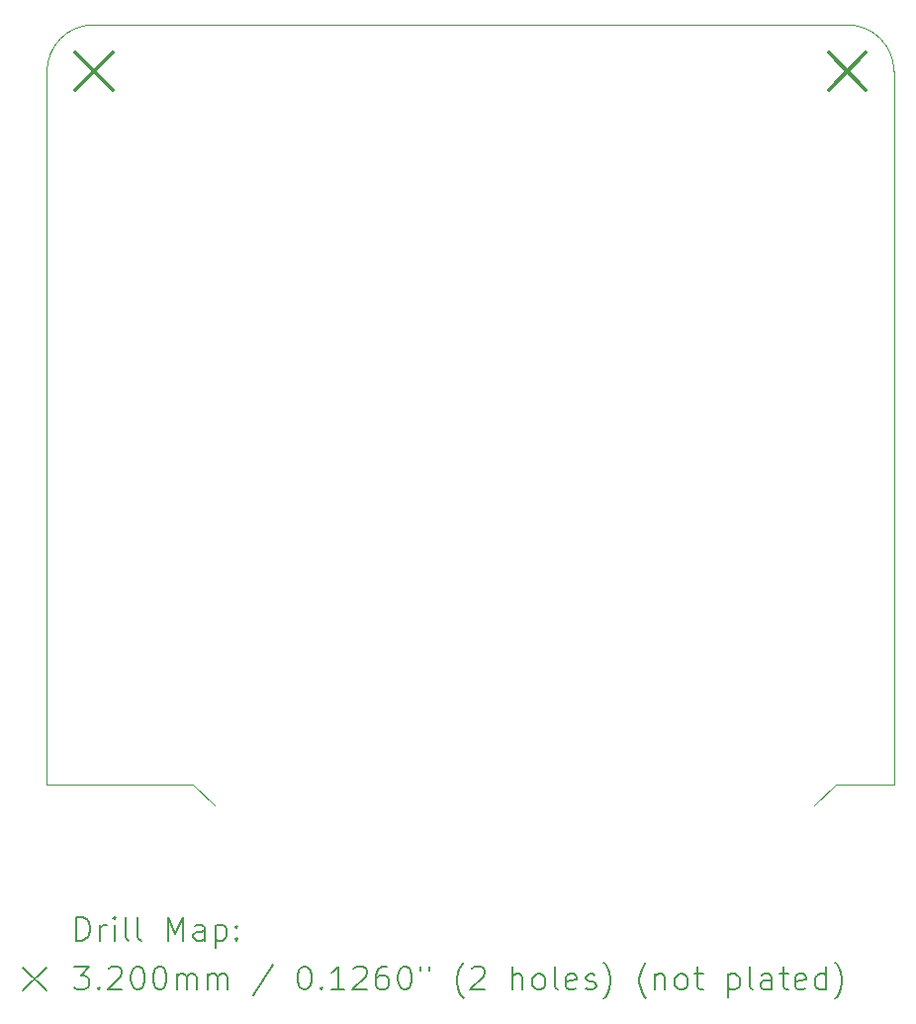
<source format=gbr>
%TF.GenerationSoftware,KiCad,Pcbnew,6.0.11+dfsg-1*%
%TF.CreationDate,2023-08-05T12:31:10+02:00*%
%TF.ProjectId,kintex-pcie,6b696e74-6578-42d7-9063-69652e6b6963,rev?*%
%TF.SameCoordinates,Original*%
%TF.FileFunction,Drillmap*%
%TF.FilePolarity,Positive*%
%FSLAX45Y45*%
G04 Gerber Fmt 4.5, Leading zero omitted, Abs format (unit mm)*
G04 Created by KiCad (PCBNEW 6.0.11+dfsg-1) date 2023-08-05 12:31:10*
%MOMM*%
%LPD*%
G01*
G04 APERTURE LIST*
%ADD10C,0.100000*%
%ADD11C,0.200000*%
%ADD12C,0.320000*%
G04 APERTURE END LIST*
D10*
X6185000Y-11680000D02*
X6000000Y-11500000D01*
X4750000Y-11500000D02*
X4750000Y-5400000D01*
X11500000Y-11500000D02*
X12000000Y-11500000D01*
X11315000Y-11680000D02*
X11500000Y-11500000D01*
X6000000Y-11500000D02*
X4750000Y-11500000D01*
X12000000Y-11500000D02*
X12000000Y-5400000D01*
X5150000Y-5000000D02*
X11600000Y-5000000D01*
X12000000Y-5400000D02*
G75*
G03*
X11600000Y-5000000I-400000J0D01*
G01*
X5150000Y-5000000D02*
G75*
G03*
X4750000Y-5400000I0J-400000D01*
G01*
D11*
D12*
X4990000Y-5240000D02*
X5310000Y-5560000D01*
X5310000Y-5240000D02*
X4990000Y-5560000D01*
X11440000Y-5240000D02*
X11760000Y-5560000D01*
X11760000Y-5240000D02*
X11440000Y-5560000D01*
D11*
X5002619Y-12835476D02*
X5002619Y-12635476D01*
X5050238Y-12635476D01*
X5078810Y-12645000D01*
X5097857Y-12664048D01*
X5107381Y-12683095D01*
X5116905Y-12721190D01*
X5116905Y-12749762D01*
X5107381Y-12787857D01*
X5097857Y-12806905D01*
X5078810Y-12825952D01*
X5050238Y-12835476D01*
X5002619Y-12835476D01*
X5202619Y-12835476D02*
X5202619Y-12702143D01*
X5202619Y-12740238D02*
X5212143Y-12721190D01*
X5221667Y-12711667D01*
X5240714Y-12702143D01*
X5259762Y-12702143D01*
X5326429Y-12835476D02*
X5326429Y-12702143D01*
X5326429Y-12635476D02*
X5316905Y-12645000D01*
X5326429Y-12654524D01*
X5335952Y-12645000D01*
X5326429Y-12635476D01*
X5326429Y-12654524D01*
X5450238Y-12835476D02*
X5431190Y-12825952D01*
X5421667Y-12806905D01*
X5421667Y-12635476D01*
X5555000Y-12835476D02*
X5535952Y-12825952D01*
X5526429Y-12806905D01*
X5526429Y-12635476D01*
X5783571Y-12835476D02*
X5783571Y-12635476D01*
X5850238Y-12778333D01*
X5916905Y-12635476D01*
X5916905Y-12835476D01*
X6097857Y-12835476D02*
X6097857Y-12730714D01*
X6088333Y-12711667D01*
X6069286Y-12702143D01*
X6031190Y-12702143D01*
X6012143Y-12711667D01*
X6097857Y-12825952D02*
X6078809Y-12835476D01*
X6031190Y-12835476D01*
X6012143Y-12825952D01*
X6002619Y-12806905D01*
X6002619Y-12787857D01*
X6012143Y-12768809D01*
X6031190Y-12759286D01*
X6078809Y-12759286D01*
X6097857Y-12749762D01*
X6193095Y-12702143D02*
X6193095Y-12902143D01*
X6193095Y-12711667D02*
X6212143Y-12702143D01*
X6250238Y-12702143D01*
X6269286Y-12711667D01*
X6278809Y-12721190D01*
X6288333Y-12740238D01*
X6288333Y-12797381D01*
X6278809Y-12816428D01*
X6269286Y-12825952D01*
X6250238Y-12835476D01*
X6212143Y-12835476D01*
X6193095Y-12825952D01*
X6374048Y-12816428D02*
X6383571Y-12825952D01*
X6374048Y-12835476D01*
X6364524Y-12825952D01*
X6374048Y-12816428D01*
X6374048Y-12835476D01*
X6374048Y-12711667D02*
X6383571Y-12721190D01*
X6374048Y-12730714D01*
X6364524Y-12721190D01*
X6374048Y-12711667D01*
X6374048Y-12730714D01*
X4545000Y-13065000D02*
X4745000Y-13265000D01*
X4745000Y-13065000D02*
X4545000Y-13265000D01*
X4983571Y-13055476D02*
X5107381Y-13055476D01*
X5040714Y-13131667D01*
X5069286Y-13131667D01*
X5088333Y-13141190D01*
X5097857Y-13150714D01*
X5107381Y-13169762D01*
X5107381Y-13217381D01*
X5097857Y-13236428D01*
X5088333Y-13245952D01*
X5069286Y-13255476D01*
X5012143Y-13255476D01*
X4993095Y-13245952D01*
X4983571Y-13236428D01*
X5193095Y-13236428D02*
X5202619Y-13245952D01*
X5193095Y-13255476D01*
X5183571Y-13245952D01*
X5193095Y-13236428D01*
X5193095Y-13255476D01*
X5278810Y-13074524D02*
X5288333Y-13065000D01*
X5307381Y-13055476D01*
X5355000Y-13055476D01*
X5374048Y-13065000D01*
X5383571Y-13074524D01*
X5393095Y-13093571D01*
X5393095Y-13112619D01*
X5383571Y-13141190D01*
X5269286Y-13255476D01*
X5393095Y-13255476D01*
X5516905Y-13055476D02*
X5535952Y-13055476D01*
X5555000Y-13065000D01*
X5564524Y-13074524D01*
X5574048Y-13093571D01*
X5583571Y-13131667D01*
X5583571Y-13179286D01*
X5574048Y-13217381D01*
X5564524Y-13236428D01*
X5555000Y-13245952D01*
X5535952Y-13255476D01*
X5516905Y-13255476D01*
X5497857Y-13245952D01*
X5488333Y-13236428D01*
X5478810Y-13217381D01*
X5469286Y-13179286D01*
X5469286Y-13131667D01*
X5478810Y-13093571D01*
X5488333Y-13074524D01*
X5497857Y-13065000D01*
X5516905Y-13055476D01*
X5707381Y-13055476D02*
X5726428Y-13055476D01*
X5745476Y-13065000D01*
X5755000Y-13074524D01*
X5764524Y-13093571D01*
X5774048Y-13131667D01*
X5774048Y-13179286D01*
X5764524Y-13217381D01*
X5755000Y-13236428D01*
X5745476Y-13245952D01*
X5726428Y-13255476D01*
X5707381Y-13255476D01*
X5688333Y-13245952D01*
X5678809Y-13236428D01*
X5669286Y-13217381D01*
X5659762Y-13179286D01*
X5659762Y-13131667D01*
X5669286Y-13093571D01*
X5678809Y-13074524D01*
X5688333Y-13065000D01*
X5707381Y-13055476D01*
X5859762Y-13255476D02*
X5859762Y-13122143D01*
X5859762Y-13141190D02*
X5869286Y-13131667D01*
X5888333Y-13122143D01*
X5916905Y-13122143D01*
X5935952Y-13131667D01*
X5945476Y-13150714D01*
X5945476Y-13255476D01*
X5945476Y-13150714D02*
X5955000Y-13131667D01*
X5974048Y-13122143D01*
X6002619Y-13122143D01*
X6021667Y-13131667D01*
X6031190Y-13150714D01*
X6031190Y-13255476D01*
X6126428Y-13255476D02*
X6126428Y-13122143D01*
X6126428Y-13141190D02*
X6135952Y-13131667D01*
X6155000Y-13122143D01*
X6183571Y-13122143D01*
X6202619Y-13131667D01*
X6212143Y-13150714D01*
X6212143Y-13255476D01*
X6212143Y-13150714D02*
X6221667Y-13131667D01*
X6240714Y-13122143D01*
X6269286Y-13122143D01*
X6288333Y-13131667D01*
X6297857Y-13150714D01*
X6297857Y-13255476D01*
X6688333Y-13045952D02*
X6516905Y-13303095D01*
X6945476Y-13055476D02*
X6964524Y-13055476D01*
X6983571Y-13065000D01*
X6993095Y-13074524D01*
X7002619Y-13093571D01*
X7012143Y-13131667D01*
X7012143Y-13179286D01*
X7002619Y-13217381D01*
X6993095Y-13236428D01*
X6983571Y-13245952D01*
X6964524Y-13255476D01*
X6945476Y-13255476D01*
X6926428Y-13245952D01*
X6916905Y-13236428D01*
X6907381Y-13217381D01*
X6897857Y-13179286D01*
X6897857Y-13131667D01*
X6907381Y-13093571D01*
X6916905Y-13074524D01*
X6926428Y-13065000D01*
X6945476Y-13055476D01*
X7097857Y-13236428D02*
X7107381Y-13245952D01*
X7097857Y-13255476D01*
X7088333Y-13245952D01*
X7097857Y-13236428D01*
X7097857Y-13255476D01*
X7297857Y-13255476D02*
X7183571Y-13255476D01*
X7240714Y-13255476D02*
X7240714Y-13055476D01*
X7221667Y-13084048D01*
X7202619Y-13103095D01*
X7183571Y-13112619D01*
X7374048Y-13074524D02*
X7383571Y-13065000D01*
X7402619Y-13055476D01*
X7450238Y-13055476D01*
X7469286Y-13065000D01*
X7478809Y-13074524D01*
X7488333Y-13093571D01*
X7488333Y-13112619D01*
X7478809Y-13141190D01*
X7364524Y-13255476D01*
X7488333Y-13255476D01*
X7659762Y-13055476D02*
X7621667Y-13055476D01*
X7602619Y-13065000D01*
X7593095Y-13074524D01*
X7574048Y-13103095D01*
X7564524Y-13141190D01*
X7564524Y-13217381D01*
X7574048Y-13236428D01*
X7583571Y-13245952D01*
X7602619Y-13255476D01*
X7640714Y-13255476D01*
X7659762Y-13245952D01*
X7669286Y-13236428D01*
X7678809Y-13217381D01*
X7678809Y-13169762D01*
X7669286Y-13150714D01*
X7659762Y-13141190D01*
X7640714Y-13131667D01*
X7602619Y-13131667D01*
X7583571Y-13141190D01*
X7574048Y-13150714D01*
X7564524Y-13169762D01*
X7802619Y-13055476D02*
X7821667Y-13055476D01*
X7840714Y-13065000D01*
X7850238Y-13074524D01*
X7859762Y-13093571D01*
X7869286Y-13131667D01*
X7869286Y-13179286D01*
X7859762Y-13217381D01*
X7850238Y-13236428D01*
X7840714Y-13245952D01*
X7821667Y-13255476D01*
X7802619Y-13255476D01*
X7783571Y-13245952D01*
X7774048Y-13236428D01*
X7764524Y-13217381D01*
X7755000Y-13179286D01*
X7755000Y-13131667D01*
X7764524Y-13093571D01*
X7774048Y-13074524D01*
X7783571Y-13065000D01*
X7802619Y-13055476D01*
X7945476Y-13055476D02*
X7945476Y-13093571D01*
X8021667Y-13055476D02*
X8021667Y-13093571D01*
X8316905Y-13331667D02*
X8307381Y-13322143D01*
X8288333Y-13293571D01*
X8278809Y-13274524D01*
X8269286Y-13245952D01*
X8259762Y-13198333D01*
X8259762Y-13160238D01*
X8269286Y-13112619D01*
X8278809Y-13084048D01*
X8288333Y-13065000D01*
X8307381Y-13036428D01*
X8316905Y-13026905D01*
X8383571Y-13074524D02*
X8393095Y-13065000D01*
X8412143Y-13055476D01*
X8459762Y-13055476D01*
X8478810Y-13065000D01*
X8488333Y-13074524D01*
X8497857Y-13093571D01*
X8497857Y-13112619D01*
X8488333Y-13141190D01*
X8374048Y-13255476D01*
X8497857Y-13255476D01*
X8735952Y-13255476D02*
X8735952Y-13055476D01*
X8821667Y-13255476D02*
X8821667Y-13150714D01*
X8812143Y-13131667D01*
X8793095Y-13122143D01*
X8764524Y-13122143D01*
X8745476Y-13131667D01*
X8735952Y-13141190D01*
X8945476Y-13255476D02*
X8926429Y-13245952D01*
X8916905Y-13236428D01*
X8907381Y-13217381D01*
X8907381Y-13160238D01*
X8916905Y-13141190D01*
X8926429Y-13131667D01*
X8945476Y-13122143D01*
X8974048Y-13122143D01*
X8993095Y-13131667D01*
X9002619Y-13141190D01*
X9012143Y-13160238D01*
X9012143Y-13217381D01*
X9002619Y-13236428D01*
X8993095Y-13245952D01*
X8974048Y-13255476D01*
X8945476Y-13255476D01*
X9126429Y-13255476D02*
X9107381Y-13245952D01*
X9097857Y-13226905D01*
X9097857Y-13055476D01*
X9278810Y-13245952D02*
X9259762Y-13255476D01*
X9221667Y-13255476D01*
X9202619Y-13245952D01*
X9193095Y-13226905D01*
X9193095Y-13150714D01*
X9202619Y-13131667D01*
X9221667Y-13122143D01*
X9259762Y-13122143D01*
X9278810Y-13131667D01*
X9288333Y-13150714D01*
X9288333Y-13169762D01*
X9193095Y-13188809D01*
X9364524Y-13245952D02*
X9383571Y-13255476D01*
X9421667Y-13255476D01*
X9440714Y-13245952D01*
X9450238Y-13226905D01*
X9450238Y-13217381D01*
X9440714Y-13198333D01*
X9421667Y-13188809D01*
X9393095Y-13188809D01*
X9374048Y-13179286D01*
X9364524Y-13160238D01*
X9364524Y-13150714D01*
X9374048Y-13131667D01*
X9393095Y-13122143D01*
X9421667Y-13122143D01*
X9440714Y-13131667D01*
X9516905Y-13331667D02*
X9526429Y-13322143D01*
X9545476Y-13293571D01*
X9555000Y-13274524D01*
X9564524Y-13245952D01*
X9574048Y-13198333D01*
X9574048Y-13160238D01*
X9564524Y-13112619D01*
X9555000Y-13084048D01*
X9545476Y-13065000D01*
X9526429Y-13036428D01*
X9516905Y-13026905D01*
X9878810Y-13331667D02*
X9869286Y-13322143D01*
X9850238Y-13293571D01*
X9840714Y-13274524D01*
X9831190Y-13245952D01*
X9821667Y-13198333D01*
X9821667Y-13160238D01*
X9831190Y-13112619D01*
X9840714Y-13084048D01*
X9850238Y-13065000D01*
X9869286Y-13036428D01*
X9878810Y-13026905D01*
X9955000Y-13122143D02*
X9955000Y-13255476D01*
X9955000Y-13141190D02*
X9964524Y-13131667D01*
X9983571Y-13122143D01*
X10012143Y-13122143D01*
X10031190Y-13131667D01*
X10040714Y-13150714D01*
X10040714Y-13255476D01*
X10164524Y-13255476D02*
X10145476Y-13245952D01*
X10135952Y-13236428D01*
X10126429Y-13217381D01*
X10126429Y-13160238D01*
X10135952Y-13141190D01*
X10145476Y-13131667D01*
X10164524Y-13122143D01*
X10193095Y-13122143D01*
X10212143Y-13131667D01*
X10221667Y-13141190D01*
X10231190Y-13160238D01*
X10231190Y-13217381D01*
X10221667Y-13236428D01*
X10212143Y-13245952D01*
X10193095Y-13255476D01*
X10164524Y-13255476D01*
X10288333Y-13122143D02*
X10364524Y-13122143D01*
X10316905Y-13055476D02*
X10316905Y-13226905D01*
X10326429Y-13245952D01*
X10345476Y-13255476D01*
X10364524Y-13255476D01*
X10583571Y-13122143D02*
X10583571Y-13322143D01*
X10583571Y-13131667D02*
X10602619Y-13122143D01*
X10640714Y-13122143D01*
X10659762Y-13131667D01*
X10669286Y-13141190D01*
X10678810Y-13160238D01*
X10678810Y-13217381D01*
X10669286Y-13236428D01*
X10659762Y-13245952D01*
X10640714Y-13255476D01*
X10602619Y-13255476D01*
X10583571Y-13245952D01*
X10793095Y-13255476D02*
X10774048Y-13245952D01*
X10764524Y-13226905D01*
X10764524Y-13055476D01*
X10955000Y-13255476D02*
X10955000Y-13150714D01*
X10945476Y-13131667D01*
X10926429Y-13122143D01*
X10888333Y-13122143D01*
X10869286Y-13131667D01*
X10955000Y-13245952D02*
X10935952Y-13255476D01*
X10888333Y-13255476D01*
X10869286Y-13245952D01*
X10859762Y-13226905D01*
X10859762Y-13207857D01*
X10869286Y-13188809D01*
X10888333Y-13179286D01*
X10935952Y-13179286D01*
X10955000Y-13169762D01*
X11021667Y-13122143D02*
X11097857Y-13122143D01*
X11050238Y-13055476D02*
X11050238Y-13226905D01*
X11059762Y-13245952D01*
X11078810Y-13255476D01*
X11097857Y-13255476D01*
X11240714Y-13245952D02*
X11221667Y-13255476D01*
X11183571Y-13255476D01*
X11164524Y-13245952D01*
X11155000Y-13226905D01*
X11155000Y-13150714D01*
X11164524Y-13131667D01*
X11183571Y-13122143D01*
X11221667Y-13122143D01*
X11240714Y-13131667D01*
X11250238Y-13150714D01*
X11250238Y-13169762D01*
X11155000Y-13188809D01*
X11421667Y-13255476D02*
X11421667Y-13055476D01*
X11421667Y-13245952D02*
X11402619Y-13255476D01*
X11364524Y-13255476D01*
X11345476Y-13245952D01*
X11335952Y-13236428D01*
X11326428Y-13217381D01*
X11326428Y-13160238D01*
X11335952Y-13141190D01*
X11345476Y-13131667D01*
X11364524Y-13122143D01*
X11402619Y-13122143D01*
X11421667Y-13131667D01*
X11497857Y-13331667D02*
X11507381Y-13322143D01*
X11526428Y-13293571D01*
X11535952Y-13274524D01*
X11545476Y-13245952D01*
X11555000Y-13198333D01*
X11555000Y-13160238D01*
X11545476Y-13112619D01*
X11535952Y-13084048D01*
X11526428Y-13065000D01*
X11507381Y-13036428D01*
X11497857Y-13026905D01*
M02*

</source>
